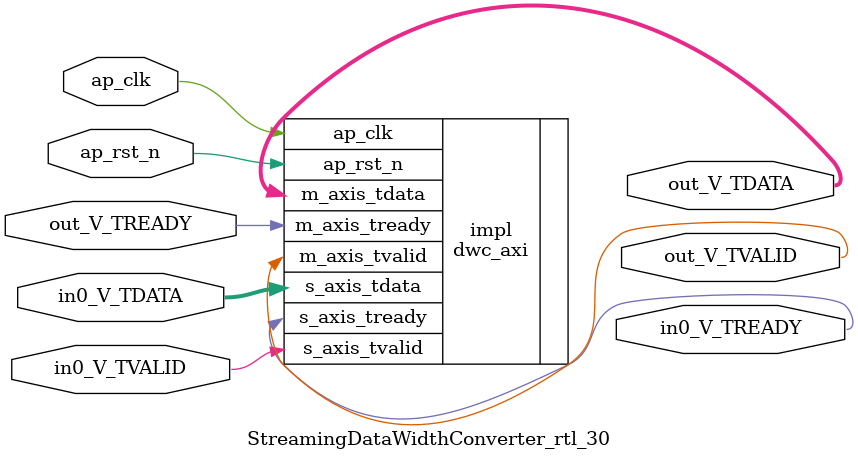
<source format=v>
/******************************************************************************
 * Copyright (C) 2023, Advanced Micro Devices, Inc.
 * All rights reserved.
 *
 * Redistribution and use in source and binary forms, with or without
 * modification, are permitted provided that the following conditions are met:
 *
 *  1. Redistributions of source code must retain the above copyright notice,
 *     this list of conditions and the following disclaimer.
 *
 *  2. Redistributions in binary form must reproduce the above copyright
 *     notice, this list of conditions and the following disclaimer in the
 *     documentation and/or other materials provided with the distribution.
 *
 *  3. Neither the name of the copyright holder nor the names of its
 *     contributors may be used to endorse or promote products derived from
 *     this software without specific prior written permission.
 *
 * THIS SOFTWARE IS PROVIDED BY THE COPYRIGHT HOLDERS AND CONTRIBUTORS "AS IS"
 * AND ANY EXPRESS OR IMPLIED WARRANTIES, INCLUDING, BUT NOT LIMITED TO,
 * THE IMPLIED WARRANTIES OF MERCHANTABILITY AND FITNESS FOR A PARTICULAR
 * PURPOSE ARE DISCLAIMED. IN NO EVENT SHALL THE COPYRIGHT HOLDER OR
 * CONTRIBUTORS BE LIABLE FOR ANY DIRECT, INDIRECT, INCIDENTAL, SPECIAL,
 * EXEMPLARY, OR CONSEQUENTIAL DAMAGES (INCLUDING, BUT NOT LIMITED TO,
 * PROCUREMENT OF SUBSTITUTE GOODS OR SERVICES; LOSS OF USE, DATA, OR PROFITS;
 * OR BUSINESS INTERRUPTION). HOWEVER CAUSED AND ON ANY THEORY OF LIABILITY,
 * WHETHER IN CONTRACT, STRICT LIABILITY, OR TORT (INCLUDING NEGLIGENCE OR
 * OTHERWISE) ARISING IN ANY WAY OUT OF THE USE OF THIS SOFTWARE, EVEN IF
 * ADVISED OF THE POSSIBILITY OF SUCH DAMAGE.
 *****************************************************************************/

module StreamingDataWidthConverter_rtl_30 #(
	parameter  IBITS = 5,
	parameter  OBITS = 45,

	parameter  AXI_IBITS = (IBITS+7)/8 * 8,
	parameter  AXI_OBITS = (OBITS+7)/8 * 8
)(
	//- Global Control ------------------
	(* X_INTERFACE_INFO = "xilinx.com:signal:clock:1.0 ap_clk CLK" *)
	(* X_INTERFACE_PARAMETER = "ASSOCIATED_BUSIF in0_V:out_V, ASSOCIATED_RESET ap_rst_n" *)
	input	ap_clk,
	(* X_INTERFACE_PARAMETER = "POLARITY ACTIVE_LOW" *)
	input	ap_rst_n,

	//- AXI Stream - Input --------------
	output	in0_V_TREADY,
	input	in0_V_TVALID,
	input	[AXI_IBITS-1:0]  in0_V_TDATA,

	//- AXI Stream - Output -------------
	input	out_V_TREADY,
	output	out_V_TVALID,
	output	[AXI_OBITS-1:0]  out_V_TDATA
);

	dwc_axi #(
		.IBITS(IBITS),
		.OBITS(OBITS)
	) impl (
		.ap_clk(ap_clk),
		.ap_rst_n(ap_rst_n),
		.s_axis_tready(in0_V_TREADY),
		.s_axis_tvalid(in0_V_TVALID),
		.s_axis_tdata(in0_V_TDATA),
		.m_axis_tready(out_V_TREADY),
		.m_axis_tvalid(out_V_TVALID),
		.m_axis_tdata(out_V_TDATA)
	);

endmodule

</source>
